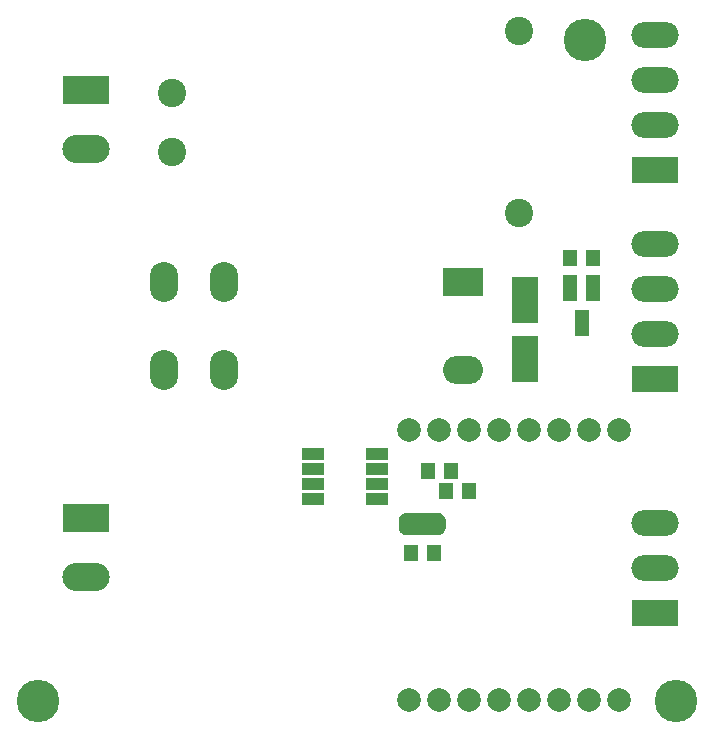
<source format=gts>
G04 #@! TF.GenerationSoftware,KiCad,Pcbnew,(5.0.0-rc2-dev-158-g52ab6216c)*
G04 #@! TF.CreationDate,2018-04-10T03:25:42+02:00*
G04 #@! TF.ProjectId,power_monitor,706F7765725F6D6F6E69746F722E6B69,rev?*
G04 #@! TF.SameCoordinates,Original*
G04 #@! TF.FileFunction,Soldermask,Top*
G04 #@! TF.FilePolarity,Negative*
%FSLAX46Y46*%
G04 Gerber Fmt 4.6, Leading zero omitted, Abs format (unit mm)*
G04 Created by KiCad (PCBNEW (5.0.0-rc2-dev-158-g52ab6216c)) date 04/10/18 03:25:42*
%MOMM*%
%LPD*%
G01*
G04 APERTURE LIST*
%ADD10C,2.400000*%
%ADD11C,3.600000*%
%ADD12R,1.245000X1.400000*%
%ADD13C,0.100000*%
%ADD14C,1.400000*%
%ADD15R,0.900000X1.900000*%
%ADD16R,1.400000X1.900000*%
%ADD17R,0.900000X0.800000*%
%ADD18R,3.400000X2.400000*%
%ADD19O,3.400000X2.400000*%
%ADD20O,2.400000X3.400000*%
%ADD21R,1.200000X2.300000*%
%ADD22C,2.000000*%
%ADD23R,1.950000X1.000000*%
%ADD24R,4.000000X2.200000*%
%ADD25O,4.000000X2.200000*%
%ADD26R,4.000000X2.400000*%
%ADD27O,4.000000X2.400000*%
%ADD28R,2.200000X3.900000*%
G04 APERTURE END LIST*
D10*
X56300000Y-43500000D03*
X56300000Y-48500000D03*
X85700000Y-38300000D03*
X85700000Y-53700000D03*
D11*
X45000000Y-95000000D03*
X99000000Y-95000000D03*
X91250000Y-39000000D03*
D12*
X78462500Y-82500000D03*
X76537500Y-82500000D03*
D13*
G36*
X78868613Y-79053371D02*
X78936564Y-79063450D01*
X79003200Y-79080142D01*
X79067879Y-79103284D01*
X79129979Y-79132655D01*
X79188900Y-79167971D01*
X79244076Y-79208893D01*
X79294976Y-79255025D01*
X79341108Y-79305925D01*
X79382030Y-79361101D01*
X79417346Y-79420022D01*
X79446717Y-79482122D01*
X79469859Y-79546801D01*
X79486551Y-79613437D01*
X79496630Y-79681388D01*
X79500001Y-79750000D01*
X79500001Y-80250000D01*
X79496630Y-80318612D01*
X79486551Y-80386563D01*
X79469859Y-80453199D01*
X79446717Y-80517878D01*
X79417346Y-80579978D01*
X79382030Y-80638899D01*
X79341108Y-80694075D01*
X79294976Y-80744975D01*
X79244076Y-80791107D01*
X79188900Y-80832029D01*
X79129979Y-80867345D01*
X79067879Y-80896716D01*
X79003200Y-80919858D01*
X78936564Y-80936550D01*
X78868613Y-80946629D01*
X78800001Y-80950000D01*
X78799999Y-80950000D01*
X78731387Y-80946629D01*
X78663436Y-80936550D01*
X78596800Y-80919858D01*
X78532121Y-80896716D01*
X78470021Y-80867345D01*
X78411100Y-80832029D01*
X78355924Y-80791107D01*
X78305024Y-80744975D01*
X78258892Y-80694075D01*
X78217970Y-80638899D01*
X78182654Y-80579978D01*
X78153283Y-80517878D01*
X78130141Y-80453199D01*
X78113449Y-80386563D01*
X78103370Y-80318612D01*
X78099999Y-80250000D01*
X78099999Y-79750000D01*
X78103370Y-79681388D01*
X78113449Y-79613437D01*
X78130141Y-79546801D01*
X78153283Y-79482122D01*
X78182654Y-79420022D01*
X78217970Y-79361101D01*
X78258892Y-79305925D01*
X78305024Y-79255025D01*
X78355924Y-79208893D01*
X78411100Y-79167971D01*
X78470021Y-79132655D01*
X78532121Y-79103284D01*
X78596800Y-79080142D01*
X78663436Y-79063450D01*
X78731387Y-79053371D01*
X78799999Y-79050000D01*
X78800001Y-79050000D01*
X78868613Y-79053371D01*
X78868613Y-79053371D01*
G37*
D14*
X78800000Y-80000000D03*
D15*
X78500000Y-80000000D03*
D16*
X77500000Y-80000000D03*
D13*
G36*
X76268613Y-79053371D02*
X76336564Y-79063450D01*
X76403200Y-79080142D01*
X76467879Y-79103284D01*
X76529979Y-79132655D01*
X76588900Y-79167971D01*
X76644076Y-79208893D01*
X76694976Y-79255025D01*
X76741108Y-79305925D01*
X76782030Y-79361101D01*
X76817346Y-79420022D01*
X76846717Y-79482122D01*
X76869859Y-79546801D01*
X76886551Y-79613437D01*
X76896630Y-79681388D01*
X76900001Y-79750000D01*
X76900001Y-80250000D01*
X76896630Y-80318612D01*
X76886551Y-80386563D01*
X76869859Y-80453199D01*
X76846717Y-80517878D01*
X76817346Y-80579978D01*
X76782030Y-80638899D01*
X76741108Y-80694075D01*
X76694976Y-80744975D01*
X76644076Y-80791107D01*
X76588900Y-80832029D01*
X76529979Y-80867345D01*
X76467879Y-80896716D01*
X76403200Y-80919858D01*
X76336564Y-80936550D01*
X76268613Y-80946629D01*
X76200001Y-80950000D01*
X76199999Y-80950000D01*
X76131387Y-80946629D01*
X76063436Y-80936550D01*
X75996800Y-80919858D01*
X75932121Y-80896716D01*
X75870021Y-80867345D01*
X75811100Y-80832029D01*
X75755924Y-80791107D01*
X75705024Y-80744975D01*
X75658892Y-80694075D01*
X75617970Y-80638899D01*
X75582654Y-80579978D01*
X75553283Y-80517878D01*
X75530141Y-80453199D01*
X75513449Y-80386563D01*
X75503370Y-80318612D01*
X75499999Y-80250000D01*
X75499999Y-79750000D01*
X75503370Y-79681388D01*
X75513449Y-79613437D01*
X75530141Y-79546801D01*
X75553283Y-79482122D01*
X75582654Y-79420022D01*
X75617970Y-79361101D01*
X75658892Y-79305925D01*
X75705024Y-79255025D01*
X75755924Y-79208893D01*
X75811100Y-79167971D01*
X75870021Y-79132655D01*
X75932121Y-79103284D01*
X75996800Y-79080142D01*
X76063436Y-79063450D01*
X76131387Y-79053371D01*
X76199999Y-79050000D01*
X76200001Y-79050000D01*
X76268613Y-79053371D01*
X76268613Y-79053371D01*
G37*
D14*
X76200000Y-80000000D03*
D15*
X76500000Y-80000000D03*
D17*
X78150000Y-80400000D03*
X78150000Y-79600000D03*
D18*
X81000000Y-59500000D03*
D19*
X81000000Y-67000000D03*
D20*
X60700000Y-59500000D03*
X55660000Y-67000000D03*
X60700000Y-67000000D03*
X55660000Y-59500000D03*
D21*
X91950000Y-60000000D03*
X90050000Y-60000000D03*
X91000000Y-63000000D03*
D12*
X91962500Y-57500000D03*
X90037500Y-57500000D03*
D22*
X94140000Y-94930000D03*
X91600000Y-94930000D03*
X89060000Y-94930000D03*
X86520000Y-94930000D03*
X83980000Y-94930000D03*
X81440000Y-94930000D03*
X78900000Y-94930000D03*
X76360000Y-94930000D03*
X76360000Y-72070000D03*
X78900000Y-72070000D03*
X81440000Y-72070000D03*
X83980000Y-72070000D03*
X86520000Y-72070000D03*
X89060000Y-72070000D03*
X91600000Y-72070000D03*
X94140000Y-72070000D03*
D23*
X68300000Y-74095000D03*
X68300000Y-75365000D03*
X68300000Y-76635000D03*
X68300000Y-77905000D03*
X73700000Y-77905000D03*
X73700000Y-76635000D03*
X73700000Y-75365000D03*
X73700000Y-74095000D03*
D12*
X78037500Y-75500000D03*
X79962500Y-75500000D03*
X79537500Y-77250000D03*
X81462500Y-77250000D03*
D24*
X97250000Y-67750000D03*
D25*
X97250000Y-63940000D03*
X97250000Y-60130000D03*
X97250000Y-56320000D03*
X97250000Y-38570000D03*
X97250000Y-42380000D03*
X97250000Y-46190000D03*
D24*
X97250000Y-50000000D03*
X97250000Y-87500000D03*
D25*
X97250000Y-83690000D03*
X97250000Y-79880000D03*
D26*
X49000000Y-43250000D03*
D27*
X49000000Y-48250000D03*
X49000000Y-84500000D03*
D26*
X49000000Y-79500000D03*
D28*
X86250000Y-66000000D03*
X86250000Y-61000000D03*
M02*

</source>
